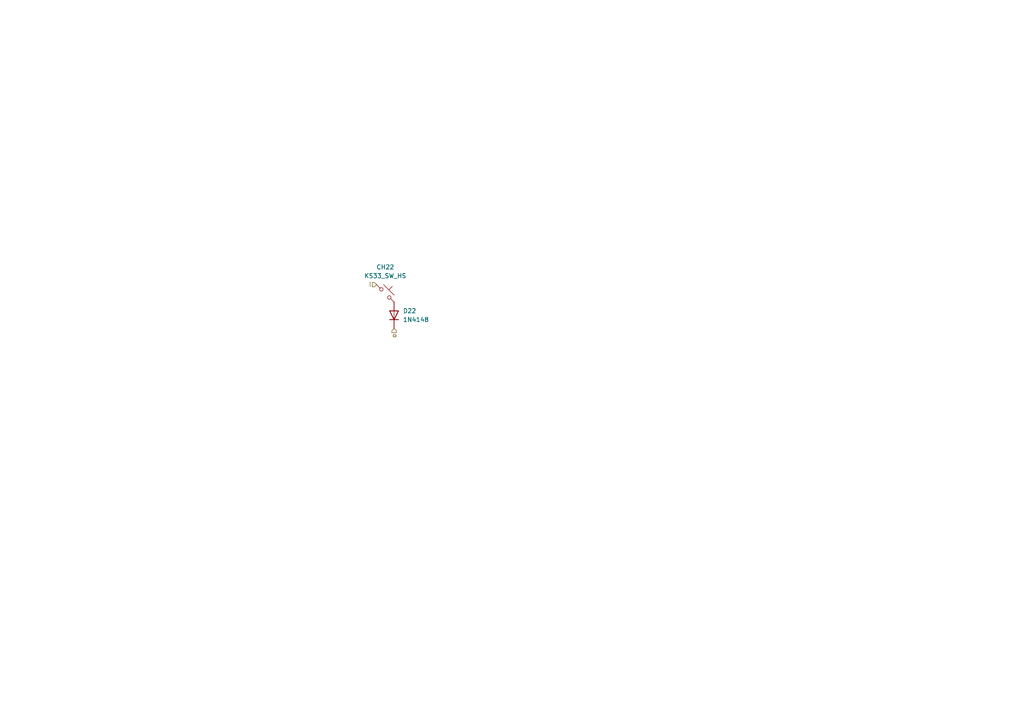
<source format=kicad_sch>
(kicad_sch (version 20250114) (generator "eeschema") (generator_version "9.0")
  (paper "A4")
  (lib_symbols
    (symbol "Diode:1N4148" (pin_numbers (hide yes)) (pin_names (hide yes))
      (property "Reference" "D" (at 0 2.54 0))
      (property "Value" "1N4148" (at 0 -2.54 0))
      (symbol "1N4148_0_1"
        (polyline (pts (xy -1.27 1.27) (xy -1.27 -1.27)) (stroke (width 0.254)))
        (polyline (pts (xy 1.27 1.27) (xy 1.27 -1.27) (xy -1.27 0) (xy 1.27 1.27)) (stroke (width 0.254)))
        (polyline (pts (xy 1.27 0) (xy -1.27 0)))
      )
      (symbol "1N4148_1_1"
        (pin passive line (at -3.81 0 0) (length 2.54) (name "K") (number "1"))
        (pin passive line (at 3.81 0 180) (length 2.54) (name "A") (number "2"))
      )
    )
    (symbol "PCM_marbastlib-gateron_lp:KS33_SW_HS_KS-2P02B01-02" (pin_numbers (hide yes)) (pin_names (offset 1.016) (hide yes))
      (property "Reference" "CH" (at 3.048 1.016 0))
      (property "Value" "KS33_SW_HS" (at 0 -3.81 0))
      (symbol "KS33_SW_HS_KS-2P02B01-02_0_1"
        (polyline (pts (xy -2.54 2.54) (xy -1.524 1.524) (xy -1.524 1.524)))
        (circle (center -1.1684 1.1684) (radius 0.508))
        (polyline (pts (xy -0.508 2.54) (xy 2.54 -0.508)))
        (polyline (pts (xy 1.016 1.016) (xy 2.032 2.032)))
        (circle (center 1.143 -1.1938) (radius 0.508))
        (polyline (pts (xy 1.524 -1.524) (xy 2.54 -2.54) (xy 2.54 -2.54) (xy 2.54 -2.54)))
        (pin passive line (at -2.54 2.54 0) (length 0) (name "1") (number "1"))
        (pin passive line (at 2.54 -2.54 180) (length 0) (name "2") (number "2"))
      )
    )
  )
  (hierarchical_label "o" (shape input) (at 114.3 95.25 270))
  (hierarchical_label "i" (shape input) (at 109.22 82.55 180))
  (symbol (lib_id "PCM_marbastlib-gateron_lp:KS33_SW_HS_KS-2P02B01-02") (at 111.76 85.09 0) (unit 1)
    (property "Reference" "CH5" (at 111.76 77.47 0))
    (property "Value" "KS33_SW_HS" (at 111.76 80.01 0))
    (property "Footprint" "Library:Kailh_socket_MX_reversible" (effects (hide yes)))
    (property "Description" "Push button switch, normally open, two pins, 45° tilted" (effects (hide yes)))
    (instances (project "V3" (path "" (reference "CH22") (unit 1)) (path "" (reference "CH9") (unit 1)) (path "" (reference "CH8") (unit 1)) (path "" (reference "CH25") (unit 1)) (path "" (reference "CH3") (unit 1)) (path "" (reference "CH6") (unit 1)) (path "" (reference "CH5") (unit 1)) (path "" (reference "CH19") (unit 1)) (path "" (reference "CH26") (unit 1)) (path "" (reference "CH24") (unit 1)) (path "" (reference "CH17") (unit 1)) (path "" (reference "CH14") (unit 1)) (path "" (reference "CH15") (unit 1)) (path "" (reference "CH16") (unit 1)) (path "" (reference "CH13") (unit 1)) (path "" (reference "CH7") (unit 1)) (path "" (reference "CH23") (unit 1)) (path "" (reference "CH12") (unit 1)) (path "" (reference "CH10") (unit 1)) (path "" (reference "CH20") (unit 1)) (path "" (reference "CH18") (unit 1)) (path "" (reference "CH4") (unit 1)) (path "" (reference "CH11") (unit 1))))
  )
  (symbol (lib_id "Diode:1N4148") (at 114.3 91.44 90) (unit 1)
    (property "Reference" "D5" (at 116.84 90.1699 90) (effects (justify right)))
    (property "Value" "1N4148" (at 116.84 92.7099 90) (effects (justify right)))
    (property "Footprint" "Diode_THT:D_DO-35_SOD27_P7.62mm_Horizontal" (effects (hide yes)))
    (property "Datasheet" "https://assets.nexperia.com/documents/data-sheet/1N4148_1N4448.pdf" (effects (hide yes)))
    (property "Description" "100V 0.15A standard switching diode, DO-35" (effects (hide yes)))
    (property "Sim.Device" "D" (effects (hide yes)))
    (property "Sim.Pins" "1=K 2=A" (effects (hide yes)))
    (instances (project "V3" (path "" (reference "D22") (unit 1)) (path "" (reference "D9") (unit 1)) (path "" (reference "D8") (unit 1)) (path "" (reference "D25") (unit 1)) (path "" (reference "D3") (unit 1)) (path "" (reference "D6") (unit 1)) (path "" (reference "D5") (unit 1)) (path "" (reference "D19") (unit 1)) (path "" (reference "D26") (unit 1)) (path "" (reference "D24") (unit 1)) (path "" (reference "D17") (unit 1)) (path "" (reference "D14") (unit 1)) (path "" (reference "D15") (unit 1)) (path "" (reference "D16") (unit 1)) (path "" (reference "D13") (unit 1)) (path "" (reference "D7") (unit 1)) (path "" (reference "D23") (unit 1)) (path "" (reference "D12") (unit 1)) (path "" (reference "D10") (unit 1)) (path "" (reference "D20") (unit 1)) (path "" (reference "D18") (unit 1)) (path "" (reference "D4") (unit 1)) (path "" (reference "D11") (unit 1))))
  )
)
</source>
